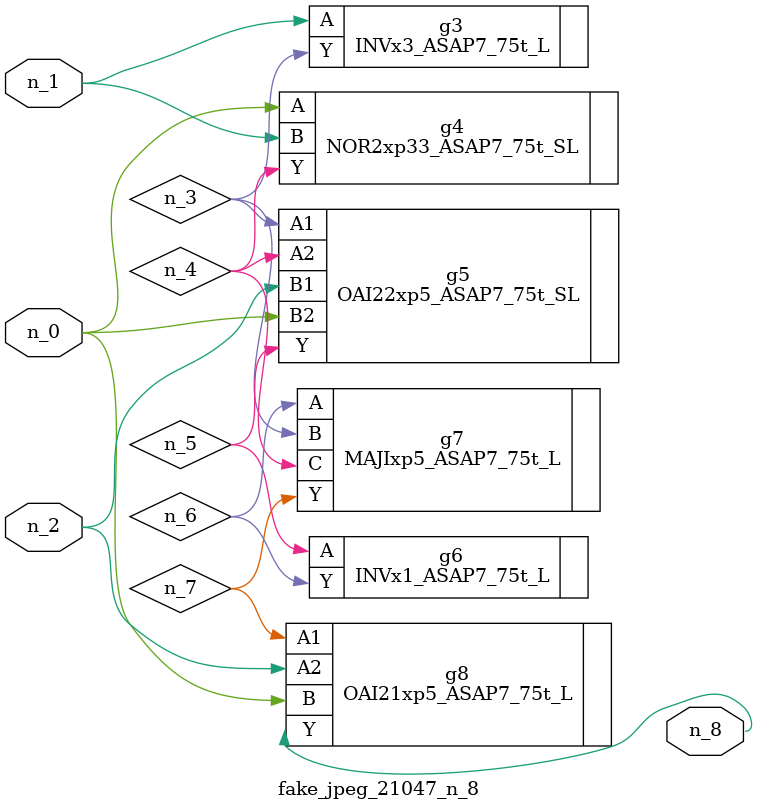
<source format=v>
module fake_jpeg_21047_n_8 (n_0, n_2, n_1, n_8);

input n_0;
input n_2;
input n_1;

output n_8;

wire n_3;
wire n_4;
wire n_6;
wire n_5;
wire n_7;

INVx3_ASAP7_75t_L g3 ( 
.A(n_1),
.Y(n_3)
);

NOR2xp33_ASAP7_75t_SL g4 ( 
.A(n_0),
.B(n_1),
.Y(n_4)
);

OAI22xp5_ASAP7_75t_SL g5 ( 
.A1(n_3),
.A2(n_4),
.B1(n_2),
.B2(n_0),
.Y(n_5)
);

INVx1_ASAP7_75t_L g6 ( 
.A(n_5),
.Y(n_6)
);

MAJIxp5_ASAP7_75t_L g7 ( 
.A(n_6),
.B(n_3),
.C(n_4),
.Y(n_7)
);

OAI21xp5_ASAP7_75t_L g8 ( 
.A1(n_7),
.A2(n_2),
.B(n_0),
.Y(n_8)
);


endmodule
</source>
